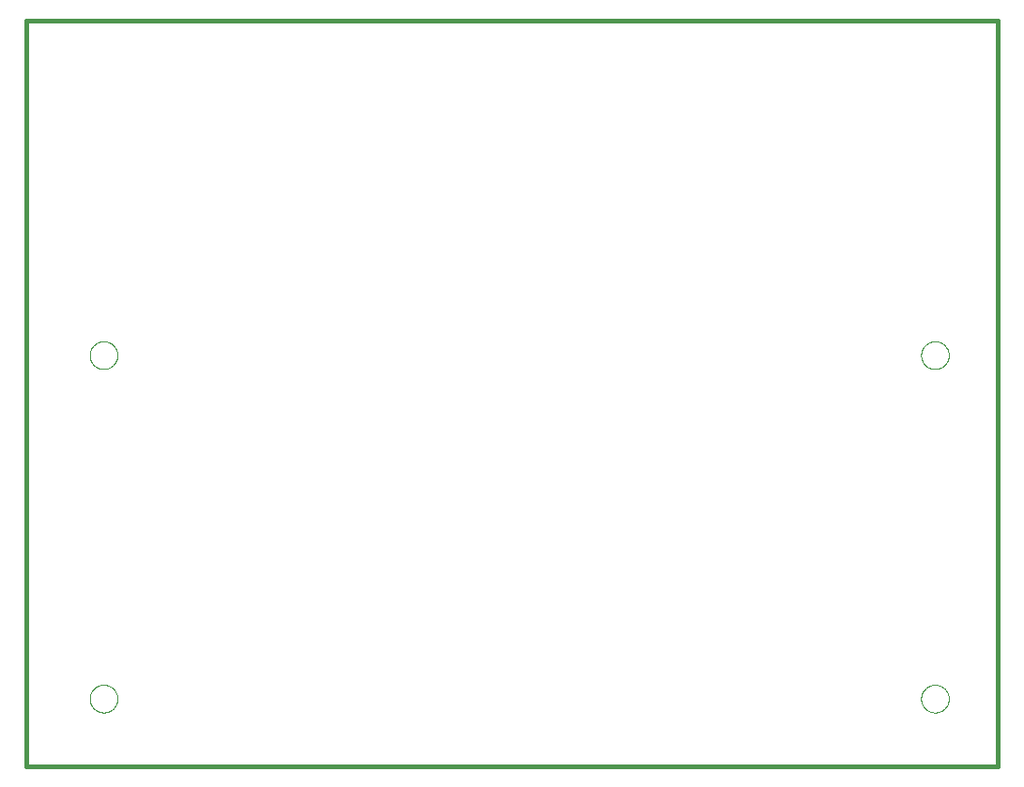
<source format=gko>
G75*
%MOIN*%
%OFA0B0*%
%FSLAX25Y25*%
%IPPOS*%
%LPD*%
%AMOC8*
5,1,8,0,0,1.08239X$1,22.5*
%
%ADD10C,0.01000*%
%ADD11C,0.01500*%
%ADD12C,0.00000*%
D10*
X0006750Y0001750D02*
X0011750Y0001750D01*
D11*
X0001750Y0001750D01*
X0001750Y0266750D01*
X0346750Y0266750D01*
X0346750Y0001750D01*
X0011750Y0001750D01*
D12*
X0024191Y0025726D02*
X0024193Y0025866D01*
X0024199Y0026006D01*
X0024209Y0026145D01*
X0024223Y0026284D01*
X0024241Y0026423D01*
X0024262Y0026561D01*
X0024288Y0026699D01*
X0024318Y0026836D01*
X0024351Y0026971D01*
X0024389Y0027106D01*
X0024430Y0027240D01*
X0024475Y0027373D01*
X0024523Y0027504D01*
X0024576Y0027633D01*
X0024632Y0027762D01*
X0024691Y0027888D01*
X0024755Y0028013D01*
X0024821Y0028136D01*
X0024892Y0028257D01*
X0024965Y0028376D01*
X0025042Y0028493D01*
X0025123Y0028607D01*
X0025206Y0028719D01*
X0025293Y0028829D01*
X0025383Y0028937D01*
X0025475Y0029041D01*
X0025571Y0029143D01*
X0025670Y0029243D01*
X0025771Y0029339D01*
X0025875Y0029433D01*
X0025982Y0029523D01*
X0026091Y0029610D01*
X0026203Y0029695D01*
X0026317Y0029776D01*
X0026433Y0029854D01*
X0026551Y0029928D01*
X0026672Y0029999D01*
X0026794Y0030067D01*
X0026919Y0030131D01*
X0027045Y0030192D01*
X0027172Y0030249D01*
X0027302Y0030302D01*
X0027433Y0030352D01*
X0027565Y0030397D01*
X0027698Y0030440D01*
X0027833Y0030478D01*
X0027968Y0030512D01*
X0028105Y0030543D01*
X0028242Y0030570D01*
X0028380Y0030592D01*
X0028519Y0030611D01*
X0028658Y0030626D01*
X0028797Y0030637D01*
X0028937Y0030644D01*
X0029077Y0030647D01*
X0029217Y0030646D01*
X0029357Y0030641D01*
X0029496Y0030632D01*
X0029636Y0030619D01*
X0029775Y0030602D01*
X0029913Y0030581D01*
X0030051Y0030557D01*
X0030188Y0030528D01*
X0030324Y0030496D01*
X0030459Y0030459D01*
X0030593Y0030419D01*
X0030726Y0030375D01*
X0030857Y0030327D01*
X0030987Y0030276D01*
X0031116Y0030221D01*
X0031243Y0030162D01*
X0031368Y0030099D01*
X0031491Y0030034D01*
X0031613Y0029964D01*
X0031732Y0029891D01*
X0031850Y0029815D01*
X0031965Y0029736D01*
X0032078Y0029653D01*
X0032188Y0029567D01*
X0032296Y0029478D01*
X0032401Y0029386D01*
X0032504Y0029291D01*
X0032604Y0029193D01*
X0032701Y0029093D01*
X0032795Y0028989D01*
X0032887Y0028883D01*
X0032975Y0028775D01*
X0033060Y0028664D01*
X0033142Y0028550D01*
X0033221Y0028434D01*
X0033296Y0028317D01*
X0033368Y0028197D01*
X0033436Y0028075D01*
X0033501Y0027951D01*
X0033563Y0027825D01*
X0033621Y0027698D01*
X0033675Y0027569D01*
X0033726Y0027438D01*
X0033772Y0027306D01*
X0033815Y0027173D01*
X0033855Y0027039D01*
X0033890Y0026904D01*
X0033922Y0026767D01*
X0033949Y0026630D01*
X0033973Y0026492D01*
X0033993Y0026354D01*
X0034009Y0026215D01*
X0034021Y0026075D01*
X0034029Y0025936D01*
X0034033Y0025796D01*
X0034033Y0025656D01*
X0034029Y0025516D01*
X0034021Y0025377D01*
X0034009Y0025237D01*
X0033993Y0025098D01*
X0033973Y0024960D01*
X0033949Y0024822D01*
X0033922Y0024685D01*
X0033890Y0024548D01*
X0033855Y0024413D01*
X0033815Y0024279D01*
X0033772Y0024146D01*
X0033726Y0024014D01*
X0033675Y0023883D01*
X0033621Y0023754D01*
X0033563Y0023627D01*
X0033501Y0023501D01*
X0033436Y0023377D01*
X0033368Y0023255D01*
X0033296Y0023135D01*
X0033221Y0023018D01*
X0033142Y0022902D01*
X0033060Y0022788D01*
X0032975Y0022677D01*
X0032887Y0022569D01*
X0032795Y0022463D01*
X0032701Y0022359D01*
X0032604Y0022259D01*
X0032504Y0022161D01*
X0032401Y0022066D01*
X0032296Y0021974D01*
X0032188Y0021885D01*
X0032078Y0021799D01*
X0031965Y0021716D01*
X0031850Y0021637D01*
X0031732Y0021561D01*
X0031613Y0021488D01*
X0031491Y0021418D01*
X0031368Y0021353D01*
X0031243Y0021290D01*
X0031116Y0021231D01*
X0030987Y0021176D01*
X0030857Y0021125D01*
X0030726Y0021077D01*
X0030593Y0021033D01*
X0030459Y0020993D01*
X0030324Y0020956D01*
X0030188Y0020924D01*
X0030051Y0020895D01*
X0029913Y0020871D01*
X0029775Y0020850D01*
X0029636Y0020833D01*
X0029496Y0020820D01*
X0029357Y0020811D01*
X0029217Y0020806D01*
X0029077Y0020805D01*
X0028937Y0020808D01*
X0028797Y0020815D01*
X0028658Y0020826D01*
X0028519Y0020841D01*
X0028380Y0020860D01*
X0028242Y0020882D01*
X0028105Y0020909D01*
X0027968Y0020940D01*
X0027833Y0020974D01*
X0027698Y0021012D01*
X0027565Y0021055D01*
X0027433Y0021100D01*
X0027302Y0021150D01*
X0027172Y0021203D01*
X0027045Y0021260D01*
X0026919Y0021321D01*
X0026794Y0021385D01*
X0026672Y0021453D01*
X0026551Y0021524D01*
X0026433Y0021598D01*
X0026317Y0021676D01*
X0026203Y0021757D01*
X0026091Y0021842D01*
X0025982Y0021929D01*
X0025875Y0022019D01*
X0025771Y0022113D01*
X0025670Y0022209D01*
X0025571Y0022309D01*
X0025475Y0022411D01*
X0025383Y0022515D01*
X0025293Y0022623D01*
X0025206Y0022733D01*
X0025123Y0022845D01*
X0025042Y0022959D01*
X0024965Y0023076D01*
X0024892Y0023195D01*
X0024821Y0023316D01*
X0024755Y0023439D01*
X0024691Y0023564D01*
X0024632Y0023690D01*
X0024576Y0023819D01*
X0024523Y0023948D01*
X0024475Y0024079D01*
X0024430Y0024212D01*
X0024389Y0024346D01*
X0024351Y0024481D01*
X0024318Y0024616D01*
X0024288Y0024753D01*
X0024262Y0024891D01*
X0024241Y0025029D01*
X0024223Y0025168D01*
X0024209Y0025307D01*
X0024199Y0025446D01*
X0024193Y0025586D01*
X0024191Y0025726D01*
X0024191Y0147774D02*
X0024193Y0147914D01*
X0024199Y0148054D01*
X0024209Y0148193D01*
X0024223Y0148332D01*
X0024241Y0148471D01*
X0024262Y0148609D01*
X0024288Y0148747D01*
X0024318Y0148884D01*
X0024351Y0149019D01*
X0024389Y0149154D01*
X0024430Y0149288D01*
X0024475Y0149421D01*
X0024523Y0149552D01*
X0024576Y0149681D01*
X0024632Y0149810D01*
X0024691Y0149936D01*
X0024755Y0150061D01*
X0024821Y0150184D01*
X0024892Y0150305D01*
X0024965Y0150424D01*
X0025042Y0150541D01*
X0025123Y0150655D01*
X0025206Y0150767D01*
X0025293Y0150877D01*
X0025383Y0150985D01*
X0025475Y0151089D01*
X0025571Y0151191D01*
X0025670Y0151291D01*
X0025771Y0151387D01*
X0025875Y0151481D01*
X0025982Y0151571D01*
X0026091Y0151658D01*
X0026203Y0151743D01*
X0026317Y0151824D01*
X0026433Y0151902D01*
X0026551Y0151976D01*
X0026672Y0152047D01*
X0026794Y0152115D01*
X0026919Y0152179D01*
X0027045Y0152240D01*
X0027172Y0152297D01*
X0027302Y0152350D01*
X0027433Y0152400D01*
X0027565Y0152445D01*
X0027698Y0152488D01*
X0027833Y0152526D01*
X0027968Y0152560D01*
X0028105Y0152591D01*
X0028242Y0152618D01*
X0028380Y0152640D01*
X0028519Y0152659D01*
X0028658Y0152674D01*
X0028797Y0152685D01*
X0028937Y0152692D01*
X0029077Y0152695D01*
X0029217Y0152694D01*
X0029357Y0152689D01*
X0029496Y0152680D01*
X0029636Y0152667D01*
X0029775Y0152650D01*
X0029913Y0152629D01*
X0030051Y0152605D01*
X0030188Y0152576D01*
X0030324Y0152544D01*
X0030459Y0152507D01*
X0030593Y0152467D01*
X0030726Y0152423D01*
X0030857Y0152375D01*
X0030987Y0152324D01*
X0031116Y0152269D01*
X0031243Y0152210D01*
X0031368Y0152147D01*
X0031491Y0152082D01*
X0031613Y0152012D01*
X0031732Y0151939D01*
X0031850Y0151863D01*
X0031965Y0151784D01*
X0032078Y0151701D01*
X0032188Y0151615D01*
X0032296Y0151526D01*
X0032401Y0151434D01*
X0032504Y0151339D01*
X0032604Y0151241D01*
X0032701Y0151141D01*
X0032795Y0151037D01*
X0032887Y0150931D01*
X0032975Y0150823D01*
X0033060Y0150712D01*
X0033142Y0150598D01*
X0033221Y0150482D01*
X0033296Y0150365D01*
X0033368Y0150245D01*
X0033436Y0150123D01*
X0033501Y0149999D01*
X0033563Y0149873D01*
X0033621Y0149746D01*
X0033675Y0149617D01*
X0033726Y0149486D01*
X0033772Y0149354D01*
X0033815Y0149221D01*
X0033855Y0149087D01*
X0033890Y0148952D01*
X0033922Y0148815D01*
X0033949Y0148678D01*
X0033973Y0148540D01*
X0033993Y0148402D01*
X0034009Y0148263D01*
X0034021Y0148123D01*
X0034029Y0147984D01*
X0034033Y0147844D01*
X0034033Y0147704D01*
X0034029Y0147564D01*
X0034021Y0147425D01*
X0034009Y0147285D01*
X0033993Y0147146D01*
X0033973Y0147008D01*
X0033949Y0146870D01*
X0033922Y0146733D01*
X0033890Y0146596D01*
X0033855Y0146461D01*
X0033815Y0146327D01*
X0033772Y0146194D01*
X0033726Y0146062D01*
X0033675Y0145931D01*
X0033621Y0145802D01*
X0033563Y0145675D01*
X0033501Y0145549D01*
X0033436Y0145425D01*
X0033368Y0145303D01*
X0033296Y0145183D01*
X0033221Y0145066D01*
X0033142Y0144950D01*
X0033060Y0144836D01*
X0032975Y0144725D01*
X0032887Y0144617D01*
X0032795Y0144511D01*
X0032701Y0144407D01*
X0032604Y0144307D01*
X0032504Y0144209D01*
X0032401Y0144114D01*
X0032296Y0144022D01*
X0032188Y0143933D01*
X0032078Y0143847D01*
X0031965Y0143764D01*
X0031850Y0143685D01*
X0031732Y0143609D01*
X0031613Y0143536D01*
X0031491Y0143466D01*
X0031368Y0143401D01*
X0031243Y0143338D01*
X0031116Y0143279D01*
X0030987Y0143224D01*
X0030857Y0143173D01*
X0030726Y0143125D01*
X0030593Y0143081D01*
X0030459Y0143041D01*
X0030324Y0143004D01*
X0030188Y0142972D01*
X0030051Y0142943D01*
X0029913Y0142919D01*
X0029775Y0142898D01*
X0029636Y0142881D01*
X0029496Y0142868D01*
X0029357Y0142859D01*
X0029217Y0142854D01*
X0029077Y0142853D01*
X0028937Y0142856D01*
X0028797Y0142863D01*
X0028658Y0142874D01*
X0028519Y0142889D01*
X0028380Y0142908D01*
X0028242Y0142930D01*
X0028105Y0142957D01*
X0027968Y0142988D01*
X0027833Y0143022D01*
X0027698Y0143060D01*
X0027565Y0143103D01*
X0027433Y0143148D01*
X0027302Y0143198D01*
X0027172Y0143251D01*
X0027045Y0143308D01*
X0026919Y0143369D01*
X0026794Y0143433D01*
X0026672Y0143501D01*
X0026551Y0143572D01*
X0026433Y0143646D01*
X0026317Y0143724D01*
X0026203Y0143805D01*
X0026091Y0143890D01*
X0025982Y0143977D01*
X0025875Y0144067D01*
X0025771Y0144161D01*
X0025670Y0144257D01*
X0025571Y0144357D01*
X0025475Y0144459D01*
X0025383Y0144563D01*
X0025293Y0144671D01*
X0025206Y0144781D01*
X0025123Y0144893D01*
X0025042Y0145007D01*
X0024965Y0145124D01*
X0024892Y0145243D01*
X0024821Y0145364D01*
X0024755Y0145487D01*
X0024691Y0145612D01*
X0024632Y0145738D01*
X0024576Y0145867D01*
X0024523Y0145996D01*
X0024475Y0146127D01*
X0024430Y0146260D01*
X0024389Y0146394D01*
X0024351Y0146529D01*
X0024318Y0146664D01*
X0024288Y0146801D01*
X0024262Y0146939D01*
X0024241Y0147077D01*
X0024223Y0147216D01*
X0024209Y0147355D01*
X0024199Y0147494D01*
X0024193Y0147634D01*
X0024191Y0147774D01*
X0319467Y0147774D02*
X0319469Y0147914D01*
X0319475Y0148054D01*
X0319485Y0148193D01*
X0319499Y0148332D01*
X0319517Y0148471D01*
X0319538Y0148609D01*
X0319564Y0148747D01*
X0319594Y0148884D01*
X0319627Y0149019D01*
X0319665Y0149154D01*
X0319706Y0149288D01*
X0319751Y0149421D01*
X0319799Y0149552D01*
X0319852Y0149681D01*
X0319908Y0149810D01*
X0319967Y0149936D01*
X0320031Y0150061D01*
X0320097Y0150184D01*
X0320168Y0150305D01*
X0320241Y0150424D01*
X0320318Y0150541D01*
X0320399Y0150655D01*
X0320482Y0150767D01*
X0320569Y0150877D01*
X0320659Y0150985D01*
X0320751Y0151089D01*
X0320847Y0151191D01*
X0320946Y0151291D01*
X0321047Y0151387D01*
X0321151Y0151481D01*
X0321258Y0151571D01*
X0321367Y0151658D01*
X0321479Y0151743D01*
X0321593Y0151824D01*
X0321709Y0151902D01*
X0321827Y0151976D01*
X0321948Y0152047D01*
X0322070Y0152115D01*
X0322195Y0152179D01*
X0322321Y0152240D01*
X0322448Y0152297D01*
X0322578Y0152350D01*
X0322709Y0152400D01*
X0322841Y0152445D01*
X0322974Y0152488D01*
X0323109Y0152526D01*
X0323244Y0152560D01*
X0323381Y0152591D01*
X0323518Y0152618D01*
X0323656Y0152640D01*
X0323795Y0152659D01*
X0323934Y0152674D01*
X0324073Y0152685D01*
X0324213Y0152692D01*
X0324353Y0152695D01*
X0324493Y0152694D01*
X0324633Y0152689D01*
X0324772Y0152680D01*
X0324912Y0152667D01*
X0325051Y0152650D01*
X0325189Y0152629D01*
X0325327Y0152605D01*
X0325464Y0152576D01*
X0325600Y0152544D01*
X0325735Y0152507D01*
X0325869Y0152467D01*
X0326002Y0152423D01*
X0326133Y0152375D01*
X0326263Y0152324D01*
X0326392Y0152269D01*
X0326519Y0152210D01*
X0326644Y0152147D01*
X0326767Y0152082D01*
X0326889Y0152012D01*
X0327008Y0151939D01*
X0327126Y0151863D01*
X0327241Y0151784D01*
X0327354Y0151701D01*
X0327464Y0151615D01*
X0327572Y0151526D01*
X0327677Y0151434D01*
X0327780Y0151339D01*
X0327880Y0151241D01*
X0327977Y0151141D01*
X0328071Y0151037D01*
X0328163Y0150931D01*
X0328251Y0150823D01*
X0328336Y0150712D01*
X0328418Y0150598D01*
X0328497Y0150482D01*
X0328572Y0150365D01*
X0328644Y0150245D01*
X0328712Y0150123D01*
X0328777Y0149999D01*
X0328839Y0149873D01*
X0328897Y0149746D01*
X0328951Y0149617D01*
X0329002Y0149486D01*
X0329048Y0149354D01*
X0329091Y0149221D01*
X0329131Y0149087D01*
X0329166Y0148952D01*
X0329198Y0148815D01*
X0329225Y0148678D01*
X0329249Y0148540D01*
X0329269Y0148402D01*
X0329285Y0148263D01*
X0329297Y0148123D01*
X0329305Y0147984D01*
X0329309Y0147844D01*
X0329309Y0147704D01*
X0329305Y0147564D01*
X0329297Y0147425D01*
X0329285Y0147285D01*
X0329269Y0147146D01*
X0329249Y0147008D01*
X0329225Y0146870D01*
X0329198Y0146733D01*
X0329166Y0146596D01*
X0329131Y0146461D01*
X0329091Y0146327D01*
X0329048Y0146194D01*
X0329002Y0146062D01*
X0328951Y0145931D01*
X0328897Y0145802D01*
X0328839Y0145675D01*
X0328777Y0145549D01*
X0328712Y0145425D01*
X0328644Y0145303D01*
X0328572Y0145183D01*
X0328497Y0145066D01*
X0328418Y0144950D01*
X0328336Y0144836D01*
X0328251Y0144725D01*
X0328163Y0144617D01*
X0328071Y0144511D01*
X0327977Y0144407D01*
X0327880Y0144307D01*
X0327780Y0144209D01*
X0327677Y0144114D01*
X0327572Y0144022D01*
X0327464Y0143933D01*
X0327354Y0143847D01*
X0327241Y0143764D01*
X0327126Y0143685D01*
X0327008Y0143609D01*
X0326889Y0143536D01*
X0326767Y0143466D01*
X0326644Y0143401D01*
X0326519Y0143338D01*
X0326392Y0143279D01*
X0326263Y0143224D01*
X0326133Y0143173D01*
X0326002Y0143125D01*
X0325869Y0143081D01*
X0325735Y0143041D01*
X0325600Y0143004D01*
X0325464Y0142972D01*
X0325327Y0142943D01*
X0325189Y0142919D01*
X0325051Y0142898D01*
X0324912Y0142881D01*
X0324772Y0142868D01*
X0324633Y0142859D01*
X0324493Y0142854D01*
X0324353Y0142853D01*
X0324213Y0142856D01*
X0324073Y0142863D01*
X0323934Y0142874D01*
X0323795Y0142889D01*
X0323656Y0142908D01*
X0323518Y0142930D01*
X0323381Y0142957D01*
X0323244Y0142988D01*
X0323109Y0143022D01*
X0322974Y0143060D01*
X0322841Y0143103D01*
X0322709Y0143148D01*
X0322578Y0143198D01*
X0322448Y0143251D01*
X0322321Y0143308D01*
X0322195Y0143369D01*
X0322070Y0143433D01*
X0321948Y0143501D01*
X0321827Y0143572D01*
X0321709Y0143646D01*
X0321593Y0143724D01*
X0321479Y0143805D01*
X0321367Y0143890D01*
X0321258Y0143977D01*
X0321151Y0144067D01*
X0321047Y0144161D01*
X0320946Y0144257D01*
X0320847Y0144357D01*
X0320751Y0144459D01*
X0320659Y0144563D01*
X0320569Y0144671D01*
X0320482Y0144781D01*
X0320399Y0144893D01*
X0320318Y0145007D01*
X0320241Y0145124D01*
X0320168Y0145243D01*
X0320097Y0145364D01*
X0320031Y0145487D01*
X0319967Y0145612D01*
X0319908Y0145738D01*
X0319852Y0145867D01*
X0319799Y0145996D01*
X0319751Y0146127D01*
X0319706Y0146260D01*
X0319665Y0146394D01*
X0319627Y0146529D01*
X0319594Y0146664D01*
X0319564Y0146801D01*
X0319538Y0146939D01*
X0319517Y0147077D01*
X0319499Y0147216D01*
X0319485Y0147355D01*
X0319475Y0147494D01*
X0319469Y0147634D01*
X0319467Y0147774D01*
X0319467Y0025726D02*
X0319469Y0025866D01*
X0319475Y0026006D01*
X0319485Y0026145D01*
X0319499Y0026284D01*
X0319517Y0026423D01*
X0319538Y0026561D01*
X0319564Y0026699D01*
X0319594Y0026836D01*
X0319627Y0026971D01*
X0319665Y0027106D01*
X0319706Y0027240D01*
X0319751Y0027373D01*
X0319799Y0027504D01*
X0319852Y0027633D01*
X0319908Y0027762D01*
X0319967Y0027888D01*
X0320031Y0028013D01*
X0320097Y0028136D01*
X0320168Y0028257D01*
X0320241Y0028376D01*
X0320318Y0028493D01*
X0320399Y0028607D01*
X0320482Y0028719D01*
X0320569Y0028829D01*
X0320659Y0028937D01*
X0320751Y0029041D01*
X0320847Y0029143D01*
X0320946Y0029243D01*
X0321047Y0029339D01*
X0321151Y0029433D01*
X0321258Y0029523D01*
X0321367Y0029610D01*
X0321479Y0029695D01*
X0321593Y0029776D01*
X0321709Y0029854D01*
X0321827Y0029928D01*
X0321948Y0029999D01*
X0322070Y0030067D01*
X0322195Y0030131D01*
X0322321Y0030192D01*
X0322448Y0030249D01*
X0322578Y0030302D01*
X0322709Y0030352D01*
X0322841Y0030397D01*
X0322974Y0030440D01*
X0323109Y0030478D01*
X0323244Y0030512D01*
X0323381Y0030543D01*
X0323518Y0030570D01*
X0323656Y0030592D01*
X0323795Y0030611D01*
X0323934Y0030626D01*
X0324073Y0030637D01*
X0324213Y0030644D01*
X0324353Y0030647D01*
X0324493Y0030646D01*
X0324633Y0030641D01*
X0324772Y0030632D01*
X0324912Y0030619D01*
X0325051Y0030602D01*
X0325189Y0030581D01*
X0325327Y0030557D01*
X0325464Y0030528D01*
X0325600Y0030496D01*
X0325735Y0030459D01*
X0325869Y0030419D01*
X0326002Y0030375D01*
X0326133Y0030327D01*
X0326263Y0030276D01*
X0326392Y0030221D01*
X0326519Y0030162D01*
X0326644Y0030099D01*
X0326767Y0030034D01*
X0326889Y0029964D01*
X0327008Y0029891D01*
X0327126Y0029815D01*
X0327241Y0029736D01*
X0327354Y0029653D01*
X0327464Y0029567D01*
X0327572Y0029478D01*
X0327677Y0029386D01*
X0327780Y0029291D01*
X0327880Y0029193D01*
X0327977Y0029093D01*
X0328071Y0028989D01*
X0328163Y0028883D01*
X0328251Y0028775D01*
X0328336Y0028664D01*
X0328418Y0028550D01*
X0328497Y0028434D01*
X0328572Y0028317D01*
X0328644Y0028197D01*
X0328712Y0028075D01*
X0328777Y0027951D01*
X0328839Y0027825D01*
X0328897Y0027698D01*
X0328951Y0027569D01*
X0329002Y0027438D01*
X0329048Y0027306D01*
X0329091Y0027173D01*
X0329131Y0027039D01*
X0329166Y0026904D01*
X0329198Y0026767D01*
X0329225Y0026630D01*
X0329249Y0026492D01*
X0329269Y0026354D01*
X0329285Y0026215D01*
X0329297Y0026075D01*
X0329305Y0025936D01*
X0329309Y0025796D01*
X0329309Y0025656D01*
X0329305Y0025516D01*
X0329297Y0025377D01*
X0329285Y0025237D01*
X0329269Y0025098D01*
X0329249Y0024960D01*
X0329225Y0024822D01*
X0329198Y0024685D01*
X0329166Y0024548D01*
X0329131Y0024413D01*
X0329091Y0024279D01*
X0329048Y0024146D01*
X0329002Y0024014D01*
X0328951Y0023883D01*
X0328897Y0023754D01*
X0328839Y0023627D01*
X0328777Y0023501D01*
X0328712Y0023377D01*
X0328644Y0023255D01*
X0328572Y0023135D01*
X0328497Y0023018D01*
X0328418Y0022902D01*
X0328336Y0022788D01*
X0328251Y0022677D01*
X0328163Y0022569D01*
X0328071Y0022463D01*
X0327977Y0022359D01*
X0327880Y0022259D01*
X0327780Y0022161D01*
X0327677Y0022066D01*
X0327572Y0021974D01*
X0327464Y0021885D01*
X0327354Y0021799D01*
X0327241Y0021716D01*
X0327126Y0021637D01*
X0327008Y0021561D01*
X0326889Y0021488D01*
X0326767Y0021418D01*
X0326644Y0021353D01*
X0326519Y0021290D01*
X0326392Y0021231D01*
X0326263Y0021176D01*
X0326133Y0021125D01*
X0326002Y0021077D01*
X0325869Y0021033D01*
X0325735Y0020993D01*
X0325600Y0020956D01*
X0325464Y0020924D01*
X0325327Y0020895D01*
X0325189Y0020871D01*
X0325051Y0020850D01*
X0324912Y0020833D01*
X0324772Y0020820D01*
X0324633Y0020811D01*
X0324493Y0020806D01*
X0324353Y0020805D01*
X0324213Y0020808D01*
X0324073Y0020815D01*
X0323934Y0020826D01*
X0323795Y0020841D01*
X0323656Y0020860D01*
X0323518Y0020882D01*
X0323381Y0020909D01*
X0323244Y0020940D01*
X0323109Y0020974D01*
X0322974Y0021012D01*
X0322841Y0021055D01*
X0322709Y0021100D01*
X0322578Y0021150D01*
X0322448Y0021203D01*
X0322321Y0021260D01*
X0322195Y0021321D01*
X0322070Y0021385D01*
X0321948Y0021453D01*
X0321827Y0021524D01*
X0321709Y0021598D01*
X0321593Y0021676D01*
X0321479Y0021757D01*
X0321367Y0021842D01*
X0321258Y0021929D01*
X0321151Y0022019D01*
X0321047Y0022113D01*
X0320946Y0022209D01*
X0320847Y0022309D01*
X0320751Y0022411D01*
X0320659Y0022515D01*
X0320569Y0022623D01*
X0320482Y0022733D01*
X0320399Y0022845D01*
X0320318Y0022959D01*
X0320241Y0023076D01*
X0320168Y0023195D01*
X0320097Y0023316D01*
X0320031Y0023439D01*
X0319967Y0023564D01*
X0319908Y0023690D01*
X0319852Y0023819D01*
X0319799Y0023948D01*
X0319751Y0024079D01*
X0319706Y0024212D01*
X0319665Y0024346D01*
X0319627Y0024481D01*
X0319594Y0024616D01*
X0319564Y0024753D01*
X0319538Y0024891D01*
X0319517Y0025029D01*
X0319499Y0025168D01*
X0319485Y0025307D01*
X0319475Y0025446D01*
X0319469Y0025586D01*
X0319467Y0025726D01*
M02*

</source>
